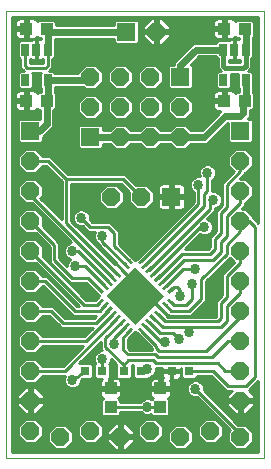
<source format=gtl>
G75*
%MOIN*%
%OFA0B0*%
%FSLAX24Y24*%
%IPPOS*%
%LPD*%
%AMOC8*
5,1,8,0,0,1.08239X$1,22.5*
%
%ADD10C,0.0000*%
%ADD11R,0.1358X0.1358*%
%ADD12R,0.0236X0.0098*%
%ADD13R,0.0276X0.0098*%
%ADD14R,0.0600X0.0600*%
%ADD15OC8,0.0600*%
%ADD16R,0.0315X0.0315*%
%ADD17R,0.0394X0.0394*%
%ADD18R,0.0433X0.0394*%
%ADD19R,0.0272X0.0390*%
%ADD20C,0.0100*%
%ADD21C,0.0337*%
%ADD22C,0.0240*%
%ADD23C,0.0160*%
%ADD24C,0.0376*%
D10*
X000350Y000450D02*
X000350Y015346D01*
X008950Y015346D01*
X008950Y000450D01*
X000350Y000450D01*
D11*
G36*
X004650Y004890D02*
X003690Y005850D01*
X004650Y006810D01*
X005610Y005850D01*
X004650Y004890D01*
G37*
D12*
G36*
X004797Y004799D02*
X004963Y004633D01*
X004893Y004563D01*
X004727Y004729D01*
X004797Y004799D01*
G37*
G36*
X004573Y004729D02*
X004407Y004563D01*
X004337Y004633D01*
X004503Y004799D01*
X004573Y004729D01*
G37*
G36*
X003599Y005703D02*
X003433Y005537D01*
X003363Y005607D01*
X003529Y005773D01*
X003599Y005703D01*
G37*
G36*
X003529Y005927D02*
X003363Y006093D01*
X003433Y006163D01*
X003599Y005997D01*
X003529Y005927D01*
G37*
G36*
X004503Y006901D02*
X004337Y007067D01*
X004407Y007137D01*
X004573Y006971D01*
X004503Y006901D01*
G37*
G36*
X004727Y006971D02*
X004893Y007137D01*
X004963Y007067D01*
X004797Y006901D01*
X004727Y006971D01*
G37*
G36*
X005701Y005997D02*
X005867Y006163D01*
X005937Y006093D01*
X005771Y005927D01*
X005701Y005997D01*
G37*
G36*
X005771Y005773D02*
X005937Y005607D01*
X005867Y005537D01*
X005701Y005703D01*
X005771Y005773D01*
G37*
D13*
G36*
X005604Y005662D02*
X005798Y005468D01*
X005728Y005398D01*
X005534Y005592D01*
X005604Y005662D01*
G37*
G36*
X005465Y005523D02*
X005659Y005329D01*
X005589Y005259D01*
X005395Y005453D01*
X005465Y005523D01*
G37*
G36*
X005326Y005383D02*
X005520Y005189D01*
X005450Y005119D01*
X005256Y005313D01*
X005326Y005383D01*
G37*
G36*
X005187Y005244D02*
X005381Y005050D01*
X005311Y004980D01*
X005117Y005174D01*
X005187Y005244D01*
G37*
G36*
X005047Y005105D02*
X005241Y004911D01*
X005171Y004841D01*
X004977Y005035D01*
X005047Y005105D01*
G37*
G36*
X004908Y004966D02*
X005102Y004772D01*
X005032Y004702D01*
X004838Y004896D01*
X004908Y004966D01*
G37*
G36*
X004462Y004896D02*
X004268Y004702D01*
X004198Y004772D01*
X004392Y004966D01*
X004462Y004896D01*
G37*
G36*
X004323Y005035D02*
X004129Y004841D01*
X004059Y004911D01*
X004253Y005105D01*
X004323Y005035D01*
G37*
G36*
X004183Y005174D02*
X003989Y004980D01*
X003919Y005050D01*
X004113Y005244D01*
X004183Y005174D01*
G37*
G36*
X004044Y005313D02*
X003850Y005119D01*
X003780Y005189D01*
X003974Y005383D01*
X004044Y005313D01*
G37*
G36*
X003905Y005453D02*
X003711Y005259D01*
X003641Y005329D01*
X003835Y005523D01*
X003905Y005453D01*
G37*
G36*
X003766Y005592D02*
X003572Y005398D01*
X003502Y005468D01*
X003696Y005662D01*
X003766Y005592D01*
G37*
G36*
X003696Y006038D02*
X003502Y006232D01*
X003572Y006302D01*
X003766Y006108D01*
X003696Y006038D01*
G37*
G36*
X003835Y006177D02*
X003641Y006371D01*
X003711Y006441D01*
X003905Y006247D01*
X003835Y006177D01*
G37*
G36*
X003974Y006317D02*
X003780Y006511D01*
X003850Y006581D01*
X004044Y006387D01*
X003974Y006317D01*
G37*
G36*
X004113Y006456D02*
X003919Y006650D01*
X003989Y006720D01*
X004183Y006526D01*
X004113Y006456D01*
G37*
G36*
X004253Y006595D02*
X004059Y006789D01*
X004129Y006859D01*
X004323Y006665D01*
X004253Y006595D01*
G37*
G36*
X004392Y006734D02*
X004198Y006928D01*
X004268Y006998D01*
X004462Y006804D01*
X004392Y006734D01*
G37*
G36*
X004838Y006804D02*
X005032Y006998D01*
X005102Y006928D01*
X004908Y006734D01*
X004838Y006804D01*
G37*
G36*
X004977Y006665D02*
X005171Y006859D01*
X005241Y006789D01*
X005047Y006595D01*
X004977Y006665D01*
G37*
G36*
X005117Y006526D02*
X005311Y006720D01*
X005381Y006650D01*
X005187Y006456D01*
X005117Y006526D01*
G37*
G36*
X005256Y006387D02*
X005450Y006581D01*
X005520Y006511D01*
X005326Y006317D01*
X005256Y006387D01*
G37*
G36*
X005395Y006247D02*
X005589Y006441D01*
X005659Y006371D01*
X005465Y006177D01*
X005395Y006247D01*
G37*
G36*
X005534Y006108D02*
X005728Y006302D01*
X005798Y006232D01*
X005604Y006038D01*
X005534Y006108D01*
G37*
D14*
X005850Y009150D03*
X008150Y011350D03*
X006150Y013150D03*
X004350Y014650D03*
X003150Y011150D03*
X001150Y011350D03*
D15*
X001150Y010350D03*
X001150Y009350D03*
X001150Y008350D03*
X001150Y007350D03*
X001150Y006350D03*
X001150Y005350D03*
X001150Y004350D03*
X001150Y003350D03*
X001150Y002350D03*
X001150Y001350D03*
X002150Y001150D03*
X003150Y001350D03*
X004150Y001150D03*
X005150Y001350D03*
X006150Y001150D03*
X007150Y001350D03*
X008150Y001150D03*
X008150Y002350D03*
X008150Y003350D03*
X008150Y004350D03*
X008150Y005350D03*
X008150Y006350D03*
X008150Y007350D03*
X008150Y008350D03*
X008150Y009350D03*
X008150Y010350D03*
X006150Y011150D03*
X006150Y012150D03*
X005150Y012150D03*
X005150Y011150D03*
X004150Y011150D03*
X004150Y012150D03*
X004150Y013150D03*
X003150Y013150D03*
X003150Y012150D03*
X003850Y009150D03*
X004850Y009150D03*
X005150Y013150D03*
X005350Y014650D03*
D16*
X004845Y003350D03*
X004255Y003350D03*
X003545Y003350D03*
X002955Y003350D03*
X005855Y003350D03*
X006445Y003350D03*
D17*
X005477Y002765D03*
X005477Y002135D03*
X003823Y002135D03*
X003823Y002765D03*
D18*
X001685Y012350D03*
X001015Y012350D03*
X001015Y014750D03*
X001685Y014750D03*
X007615Y014750D03*
X008285Y014750D03*
X008285Y012350D03*
X007615Y012350D03*
D19*
X007576Y013038D03*
X007576Y014058D03*
X007950Y014058D03*
X008324Y014058D03*
X008324Y013038D03*
X001724Y013038D03*
X001724Y014058D03*
X001350Y014058D03*
X000976Y014058D03*
X000976Y013038D03*
D20*
X001222Y013058D02*
X001478Y013058D01*
X001478Y012960D02*
X001222Y012960D01*
X001222Y012861D02*
X001478Y012861D01*
X001478Y012798D02*
X001494Y012782D01*
X001494Y012657D01*
X001423Y012657D01*
X001371Y012606D01*
X001352Y012639D01*
X001324Y012667D01*
X001290Y012687D01*
X001252Y012697D01*
X001064Y012697D01*
X001064Y012398D01*
X000967Y012398D01*
X000967Y012302D01*
X000649Y012302D01*
X000649Y012133D01*
X000659Y012095D01*
X000679Y012061D01*
X000707Y012033D01*
X000741Y012013D01*
X000779Y012003D01*
X000967Y012003D01*
X000967Y012302D01*
X001064Y012302D01*
X001064Y012003D01*
X001252Y012003D01*
X001290Y012013D01*
X001324Y012033D01*
X001352Y012061D01*
X001371Y012094D01*
X001423Y012043D01*
X001455Y012043D01*
X001455Y011760D01*
X000804Y011760D01*
X000740Y011696D01*
X000740Y011004D01*
X000804Y010940D01*
X001496Y010940D01*
X001560Y011004D01*
X001560Y011135D01*
X001780Y011355D01*
X001915Y011489D01*
X001915Y012043D01*
X001947Y012043D01*
X002011Y012108D01*
X002011Y012592D01*
X001954Y012650D01*
X001954Y012782D01*
X001970Y012798D01*
X001970Y012808D01*
X002912Y012808D01*
X002980Y012740D01*
X003320Y012740D01*
X003560Y012980D01*
X003560Y013320D01*
X003320Y013560D01*
X002980Y013560D01*
X002740Y013320D01*
X002740Y013268D01*
X001970Y013268D01*
X001970Y013279D01*
X001905Y013343D01*
X001769Y013343D01*
X001790Y013364D01*
X001884Y013458D01*
X001884Y013753D01*
X001905Y013753D01*
X001970Y013817D01*
X001970Y014298D01*
X001954Y014314D01*
X001954Y014420D01*
X003940Y014420D01*
X003940Y014304D01*
X004004Y014240D01*
X001970Y014240D01*
X001970Y014142D02*
X006416Y014142D01*
X006515Y014240D02*
X005576Y014240D01*
X005536Y014200D02*
X005800Y014464D01*
X005800Y014600D01*
X005400Y014600D01*
X005400Y014700D01*
X005300Y014700D01*
X005300Y015100D01*
X005164Y015100D01*
X004900Y014836D01*
X004900Y014700D01*
X005300Y014700D01*
X005300Y014600D01*
X004900Y014600D01*
X004900Y014464D01*
X005164Y014200D01*
X005300Y014200D01*
X005300Y014600D01*
X005400Y014600D01*
X005400Y014200D01*
X005536Y014200D01*
X005675Y014339D02*
X007370Y014339D01*
X007395Y014363D02*
X007330Y014298D01*
X007330Y014288D01*
X006563Y014288D01*
X006055Y013780D01*
X005920Y013645D01*
X005920Y013560D01*
X005804Y013560D01*
X005740Y013496D01*
X005740Y012804D01*
X005804Y012740D01*
X006496Y012740D01*
X006560Y012804D01*
X006560Y013496D01*
X006496Y013560D01*
X006485Y013560D01*
X006753Y013828D01*
X007330Y013828D01*
X007330Y013817D01*
X007386Y013762D01*
X007386Y013445D01*
X007488Y013343D01*
X007395Y013343D01*
X007330Y013279D01*
X007330Y012798D01*
X007395Y012733D01*
X007757Y012733D01*
X007822Y012798D01*
X007822Y013260D01*
X008078Y013260D01*
X008078Y012798D01*
X008094Y012782D01*
X008094Y012657D01*
X008023Y012657D01*
X007971Y012606D01*
X007952Y012639D01*
X007924Y012667D01*
X007890Y012687D01*
X007852Y012697D01*
X007664Y012697D01*
X007664Y012398D01*
X007567Y012398D01*
X007567Y012302D01*
X007249Y012302D01*
X007249Y012133D01*
X007259Y012095D01*
X007279Y012061D01*
X007307Y012033D01*
X007341Y012013D01*
X007379Y012003D01*
X007478Y012003D01*
X007420Y011945D01*
X006855Y011380D01*
X006500Y011380D01*
X006320Y011560D01*
X005980Y011560D01*
X005800Y011380D01*
X005500Y011380D01*
X005320Y011560D01*
X004980Y011560D01*
X004800Y011380D01*
X004500Y011380D01*
X004320Y011560D01*
X003980Y011560D01*
X003800Y011380D01*
X003560Y011380D01*
X003560Y011496D01*
X003496Y011560D01*
X002804Y011560D01*
X002740Y011496D01*
X002740Y010804D01*
X002804Y010740D01*
X003496Y010740D01*
X003560Y010804D01*
X003560Y010920D01*
X003800Y010920D01*
X003980Y010740D01*
X004320Y010740D01*
X004500Y010920D01*
X004800Y010920D01*
X004980Y010740D01*
X005320Y010740D01*
X005500Y010920D01*
X005800Y010920D01*
X005980Y010740D01*
X006320Y010740D01*
X006500Y010920D01*
X007045Y010920D01*
X007180Y011055D01*
X007740Y011615D01*
X007740Y011004D01*
X007804Y010940D01*
X008496Y010940D01*
X008560Y011004D01*
X008560Y011696D01*
X008496Y011760D01*
X008385Y011760D01*
X008480Y011855D01*
X008480Y012043D01*
X008547Y012043D01*
X008611Y012108D01*
X008611Y012592D01*
X008554Y012650D01*
X008554Y012782D01*
X008570Y012798D01*
X008570Y013279D01*
X008505Y013343D01*
X008412Y013343D01*
X008440Y013371D01*
X008514Y013445D01*
X008514Y013762D01*
X008570Y013817D01*
X008570Y014298D01*
X008554Y014314D01*
X008554Y014450D01*
X008611Y014508D01*
X008611Y014992D01*
X008547Y015057D01*
X008023Y015057D01*
X007971Y015006D01*
X007952Y015039D01*
X007924Y015067D01*
X007890Y015087D01*
X007852Y015097D01*
X007664Y015097D01*
X007664Y014798D01*
X007567Y014798D01*
X007567Y014702D01*
X007249Y014702D01*
X007249Y014533D01*
X007259Y014495D01*
X007279Y014461D01*
X007307Y014433D01*
X007341Y014413D01*
X007379Y014403D01*
X007567Y014403D01*
X007567Y014702D01*
X007664Y014702D01*
X007664Y014403D01*
X007852Y014403D01*
X007890Y014413D01*
X007924Y014433D01*
X007952Y014461D01*
X007971Y014494D01*
X008023Y014443D01*
X008094Y014443D01*
X008094Y014403D01*
X007968Y014403D01*
X007968Y014076D01*
X007932Y014076D01*
X007932Y014403D01*
X007794Y014403D01*
X007756Y014393D01*
X007722Y014373D01*
X007712Y014363D01*
X007395Y014363D01*
X007303Y014437D02*
X005773Y014437D01*
X005800Y014536D02*
X007249Y014536D01*
X007249Y014634D02*
X005400Y014634D01*
X005400Y014700D02*
X005800Y014700D01*
X005800Y014836D01*
X005536Y015100D01*
X005400Y015100D01*
X005400Y014700D01*
X005400Y014733D02*
X005300Y014733D01*
X005300Y014831D02*
X005400Y014831D01*
X005400Y014930D02*
X005300Y014930D01*
X005300Y015028D02*
X005400Y015028D01*
X005608Y015028D02*
X007272Y015028D01*
X007279Y015039D02*
X007259Y015005D01*
X007249Y014967D01*
X007249Y014798D01*
X007567Y014798D01*
X007567Y015097D01*
X007379Y015097D01*
X007341Y015087D01*
X007307Y015067D01*
X007279Y015039D01*
X007249Y014930D02*
X005707Y014930D01*
X005800Y014831D02*
X007249Y014831D01*
X007567Y014831D02*
X007664Y014831D01*
X007664Y014930D02*
X007567Y014930D01*
X007567Y015028D02*
X007664Y015028D01*
X007567Y014733D02*
X005800Y014733D01*
X005400Y014536D02*
X005300Y014536D01*
X005300Y014634D02*
X004760Y014634D01*
X004760Y014536D02*
X004900Y014536D01*
X004927Y014437D02*
X004760Y014437D01*
X004760Y014339D02*
X005025Y014339D01*
X005124Y014240D02*
X004696Y014240D01*
X004760Y014304D01*
X004760Y014996D01*
X004696Y015060D01*
X004004Y015060D01*
X003940Y014996D01*
X003940Y014880D01*
X002011Y014880D01*
X002011Y014992D01*
X001947Y015057D01*
X001423Y015057D01*
X001371Y015006D01*
X001352Y015039D01*
X001324Y015067D01*
X001290Y015087D01*
X001252Y015097D01*
X001064Y015097D01*
X001064Y014798D01*
X000967Y014798D01*
X000967Y014702D01*
X000649Y014702D01*
X000649Y014533D01*
X000659Y014495D01*
X000679Y014461D01*
X000707Y014433D01*
X000741Y014413D01*
X000779Y014403D01*
X000967Y014403D01*
X000967Y014702D01*
X001064Y014702D01*
X001064Y014403D01*
X001252Y014403D01*
X001290Y014413D01*
X001324Y014433D01*
X001352Y014461D01*
X001371Y014494D01*
X001423Y014443D01*
X001494Y014443D01*
X001494Y014403D01*
X001368Y014403D01*
X001368Y014076D01*
X001332Y014076D01*
X001332Y014403D01*
X001194Y014403D01*
X001156Y014393D01*
X001122Y014373D01*
X001112Y014363D01*
X000795Y014363D01*
X000730Y014298D01*
X000730Y013817D01*
X000795Y013753D01*
X000816Y013753D01*
X000816Y013458D01*
X000890Y013384D01*
X000931Y013343D01*
X000795Y013343D01*
X000730Y013279D01*
X000730Y012798D01*
X000795Y012733D01*
X001157Y012733D01*
X001222Y012798D01*
X001222Y013279D01*
X001210Y013290D01*
X001490Y013290D01*
X001478Y013279D01*
X001478Y012798D01*
X001494Y012763D02*
X001187Y012763D01*
X001064Y012664D02*
X000967Y012664D01*
X000967Y012697D02*
X000779Y012697D01*
X000741Y012687D01*
X000707Y012667D01*
X000679Y012639D01*
X000659Y012605D01*
X000649Y012567D01*
X000649Y012398D01*
X000967Y012398D01*
X000967Y012697D01*
X000967Y012566D02*
X001064Y012566D01*
X001064Y012467D02*
X000967Y012467D01*
X000967Y012369D02*
X000550Y012369D01*
X000550Y012467D02*
X000649Y012467D01*
X000649Y012566D02*
X000550Y012566D01*
X000550Y012664D02*
X000704Y012664D01*
X000765Y012763D02*
X000550Y012763D01*
X000550Y012861D02*
X000730Y012861D01*
X000730Y012960D02*
X000550Y012960D01*
X000550Y013058D02*
X000730Y013058D01*
X000730Y013157D02*
X000550Y013157D01*
X000550Y013255D02*
X000730Y013255D01*
X000550Y013354D02*
X000920Y013354D01*
X000822Y013452D02*
X000550Y013452D01*
X000550Y013551D02*
X000816Y013551D01*
X000816Y013649D02*
X000550Y013649D01*
X000550Y013748D02*
X000816Y013748D01*
X000730Y013846D02*
X000550Y013846D01*
X000550Y013945D02*
X000730Y013945D01*
X000730Y014043D02*
X000550Y014043D01*
X000550Y014142D02*
X000730Y014142D01*
X000730Y014240D02*
X000550Y014240D01*
X000550Y014339D02*
X000770Y014339D01*
X000703Y014437D02*
X000550Y014437D01*
X000550Y014536D02*
X000649Y014536D01*
X000649Y014634D02*
X000550Y014634D01*
X000550Y014733D02*
X000967Y014733D01*
X000967Y014798D02*
X000649Y014798D01*
X000649Y014967D01*
X000659Y015005D01*
X000679Y015039D01*
X000707Y015067D01*
X000741Y015087D01*
X000779Y015097D01*
X000967Y015097D01*
X000967Y014798D01*
X000967Y014831D02*
X001064Y014831D01*
X001064Y014930D02*
X000967Y014930D01*
X000967Y015028D02*
X001064Y015028D01*
X001358Y015028D02*
X001394Y015028D01*
X001064Y014634D02*
X000967Y014634D01*
X000967Y014536D02*
X001064Y014536D01*
X001064Y014437D02*
X000967Y014437D01*
X001328Y014437D02*
X001494Y014437D01*
X001368Y014339D02*
X001332Y014339D01*
X001332Y014240D02*
X001368Y014240D01*
X001368Y014142D02*
X001332Y014142D01*
X001332Y014040D02*
X001368Y014040D01*
X001368Y013713D01*
X001506Y013713D01*
X001544Y013723D01*
X001564Y013735D01*
X001564Y013610D01*
X001136Y013610D01*
X001136Y013735D01*
X001156Y013723D01*
X001194Y013713D01*
X001332Y013713D01*
X001332Y014040D01*
X001332Y013945D02*
X001368Y013945D01*
X001368Y013846D02*
X001332Y013846D01*
X001332Y013748D02*
X001368Y013748D01*
X001564Y013649D02*
X001136Y013649D01*
X000976Y013524D02*
X001050Y013450D01*
X001650Y013450D01*
X001724Y013524D01*
X001724Y014058D01*
X001884Y013748D02*
X006022Y013748D01*
X006121Y013846D02*
X001970Y013846D01*
X001970Y013945D02*
X006219Y013945D01*
X006318Y014043D02*
X001970Y014043D01*
X001954Y014339D02*
X003940Y014339D01*
X004004Y014240D02*
X004696Y014240D01*
X004760Y014733D02*
X004900Y014733D01*
X004900Y014831D02*
X004760Y014831D01*
X004760Y014930D02*
X004993Y014930D01*
X005092Y015028D02*
X004728Y015028D01*
X005300Y014437D02*
X005400Y014437D01*
X005400Y014339D02*
X005300Y014339D01*
X005300Y014240D02*
X005400Y014240D01*
X005320Y013560D02*
X004980Y013560D01*
X004740Y013320D01*
X004740Y012980D01*
X004980Y012740D01*
X005320Y012740D01*
X005560Y012980D01*
X005560Y013320D01*
X005320Y013560D01*
X005329Y013551D02*
X005795Y013551D01*
X005740Y013452D02*
X005428Y013452D01*
X005526Y013354D02*
X005740Y013354D01*
X005740Y013255D02*
X005560Y013255D01*
X005560Y013157D02*
X005740Y013157D01*
X005740Y013058D02*
X005560Y013058D01*
X005539Y012960D02*
X005740Y012960D01*
X005740Y012861D02*
X005441Y012861D01*
X005342Y012763D02*
X005782Y012763D01*
X005980Y012560D02*
X005740Y012320D01*
X005740Y011980D01*
X005980Y011740D01*
X006320Y011740D01*
X006560Y011980D01*
X006560Y012320D01*
X006320Y012560D01*
X005980Y012560D01*
X005887Y012467D02*
X005413Y012467D01*
X005320Y012560D02*
X004980Y012560D01*
X004740Y012320D01*
X004740Y011980D01*
X004980Y011740D01*
X005320Y011740D01*
X005560Y011980D01*
X005560Y012320D01*
X005320Y012560D01*
X005511Y012369D02*
X005789Y012369D01*
X005740Y012270D02*
X005560Y012270D01*
X005560Y012172D02*
X005740Y012172D01*
X005740Y012073D02*
X005560Y012073D01*
X005554Y011975D02*
X005746Y011975D01*
X005844Y011876D02*
X005456Y011876D01*
X005357Y011778D02*
X005943Y011778D01*
X005902Y011482D02*
X005398Y011482D01*
X005496Y011384D02*
X005804Y011384D01*
X005829Y010891D02*
X005471Y010891D01*
X005372Y010793D02*
X005928Y010793D01*
X006372Y010793D02*
X008750Y010793D01*
X008750Y010891D02*
X006471Y010891D01*
X006496Y011384D02*
X006858Y011384D01*
X006957Y011482D02*
X006398Y011482D01*
X006357Y011778D02*
X007252Y011778D01*
X007351Y011876D02*
X006456Y011876D01*
X006554Y011975D02*
X007449Y011975D01*
X007420Y011945D02*
X007420Y011945D01*
X007272Y012073D02*
X006560Y012073D01*
X006560Y012172D02*
X007249Y012172D01*
X007249Y012270D02*
X006560Y012270D01*
X006511Y012369D02*
X007567Y012369D01*
X007567Y012398D02*
X007249Y012398D01*
X007249Y012567D01*
X007259Y012605D01*
X007279Y012639D01*
X007307Y012667D01*
X007341Y012687D01*
X007379Y012697D01*
X007567Y012697D01*
X007567Y012398D01*
X007567Y012467D02*
X007664Y012467D01*
X007664Y012566D02*
X007567Y012566D01*
X007567Y012664D02*
X007664Y012664D01*
X007787Y012763D02*
X008094Y012763D01*
X008094Y012664D02*
X007927Y012664D01*
X007822Y012861D02*
X008078Y012861D01*
X008078Y012960D02*
X007822Y012960D01*
X007822Y013058D02*
X008078Y013058D01*
X008078Y013157D02*
X007822Y013157D01*
X007822Y013255D02*
X008078Y013255D01*
X008422Y013354D02*
X008750Y013354D01*
X008750Y013452D02*
X008514Y013452D01*
X008514Y013551D02*
X008750Y013551D01*
X008750Y013649D02*
X008514Y013649D01*
X008514Y013748D02*
X008750Y013748D01*
X008750Y013846D02*
X008570Y013846D01*
X008570Y013945D02*
X008750Y013945D01*
X008750Y014043D02*
X008570Y014043D01*
X008570Y014142D02*
X008750Y014142D01*
X008750Y014240D02*
X008570Y014240D01*
X008554Y014339D02*
X008750Y014339D01*
X008750Y014437D02*
X008554Y014437D01*
X008611Y014536D02*
X008750Y014536D01*
X008750Y014634D02*
X008611Y014634D01*
X008611Y014733D02*
X008750Y014733D01*
X008750Y014831D02*
X008611Y014831D01*
X008611Y014930D02*
X008750Y014930D01*
X008750Y015028D02*
X008576Y015028D01*
X008750Y015127D02*
X000550Y015127D01*
X000550Y015146D02*
X008750Y015146D01*
X008750Y008276D01*
X008560Y008466D01*
X008560Y008520D01*
X008320Y008760D01*
X008186Y008760D01*
X008310Y008884D01*
X008310Y008940D01*
X008320Y008940D01*
X008560Y009180D01*
X008560Y009520D01*
X008320Y009760D01*
X008136Y009760D01*
X008310Y009934D01*
X008310Y009940D01*
X008320Y009940D01*
X008560Y010180D01*
X008560Y010520D01*
X008320Y010760D01*
X007980Y010760D01*
X007740Y010520D01*
X007740Y010180D01*
X007922Y009998D01*
X007540Y009616D01*
X007540Y008866D01*
X007340Y008666D01*
X007340Y008016D01*
X007140Y007816D01*
X007140Y007466D01*
X007084Y007410D01*
X006297Y007410D01*
X006798Y007911D01*
X006895Y007872D01*
X007005Y007872D01*
X007108Y007914D01*
X007186Y007992D01*
X007228Y008095D01*
X007228Y008205D01*
X007186Y008308D01*
X007108Y008386D01*
X007028Y008419D01*
X007199Y008590D01*
X007216Y008590D01*
X007310Y008684D01*
X007310Y008773D01*
X007408Y008814D01*
X007486Y008892D01*
X007528Y008995D01*
X007528Y009105D01*
X007486Y009208D01*
X007408Y009286D01*
X007305Y009328D01*
X007210Y009328D01*
X007210Y009716D01*
X007286Y009792D01*
X007328Y009895D01*
X007328Y010005D01*
X007286Y010108D01*
X007208Y010186D01*
X007105Y010228D01*
X006995Y010228D01*
X006892Y010186D01*
X006814Y010108D01*
X006772Y010005D01*
X006772Y009895D01*
X006799Y009828D01*
X006695Y009828D01*
X006592Y009786D01*
X006514Y009708D01*
X006472Y009605D01*
X006472Y009495D01*
X006514Y009392D01*
X006590Y009316D01*
X006590Y008991D01*
X004685Y007086D01*
X004685Y007084D01*
X004650Y007050D01*
X004615Y007084D01*
X004615Y007086D01*
X004110Y007591D01*
X004110Y008016D01*
X003910Y008216D01*
X003816Y008310D01*
X003216Y008310D01*
X003128Y008398D01*
X003128Y008505D01*
X003086Y008608D01*
X003008Y008686D01*
X002905Y008728D01*
X002795Y008728D01*
X002692Y008686D01*
X002614Y008608D01*
X002572Y008505D01*
X002572Y008395D01*
X002614Y008292D01*
X002692Y008214D01*
X002795Y008172D01*
X002902Y008172D01*
X003084Y007990D01*
X003307Y007990D01*
X003272Y007905D01*
X003272Y007795D01*
X003314Y007692D01*
X003390Y007616D01*
X003390Y007580D01*
X004013Y006956D01*
X003987Y006930D01*
X003961Y006904D01*
X002510Y008355D01*
X002510Y009590D01*
X004184Y009590D01*
X004447Y009327D01*
X004440Y009320D01*
X004440Y008980D01*
X004680Y008740D01*
X005020Y008740D01*
X005260Y008980D01*
X005260Y009320D01*
X005020Y009560D01*
X004680Y009560D01*
X004673Y009553D01*
X004410Y009816D01*
X004316Y009910D01*
X002416Y009910D01*
X001816Y010510D01*
X001560Y010510D01*
X001560Y010520D01*
X001320Y010760D01*
X000980Y010760D01*
X000740Y010520D01*
X000740Y010180D01*
X000980Y009940D01*
X001320Y009940D01*
X001560Y010180D01*
X001560Y010190D01*
X001684Y010190D01*
X002190Y009684D01*
X002190Y008397D01*
X001483Y009104D01*
X001560Y009180D01*
X001560Y009520D01*
X001320Y009760D01*
X000980Y009760D01*
X000740Y009520D01*
X000740Y009180D01*
X000980Y008940D01*
X001195Y008940D01*
X002506Y007628D01*
X002495Y007628D01*
X002392Y007586D01*
X002314Y007508D01*
X002272Y007405D01*
X002272Y007295D01*
X002314Y007192D01*
X002392Y007114D01*
X002483Y007076D01*
X002414Y007008D01*
X002372Y006905D01*
X002372Y006855D01*
X002110Y007116D01*
X002110Y007616D01*
X001553Y008173D01*
X001560Y008180D01*
X001560Y008520D01*
X001320Y008760D01*
X000980Y008760D01*
X000740Y008520D01*
X000740Y008180D01*
X000980Y007940D01*
X001320Y007940D01*
X001327Y007947D01*
X001790Y007484D01*
X001790Y006984D01*
X001884Y006890D01*
X002484Y006290D01*
X003009Y006290D01*
X003109Y006190D01*
X003414Y005885D01*
X003416Y005885D01*
X003450Y005850D01*
X003416Y005815D01*
X003414Y005815D01*
X003309Y005710D01*
X003016Y005710D01*
X001553Y007173D01*
X001560Y007180D01*
X001560Y007520D01*
X001320Y007760D01*
X000980Y007760D01*
X000740Y007520D01*
X000740Y007180D01*
X000980Y006940D01*
X001320Y006940D01*
X001327Y006947D01*
X002764Y005510D01*
X002716Y005510D01*
X001810Y006416D01*
X001716Y006510D01*
X001560Y006510D01*
X001560Y006520D01*
X001320Y006760D01*
X000980Y006760D01*
X000740Y006520D01*
X000740Y006180D01*
X000980Y005940D01*
X001320Y005940D01*
X001560Y006180D01*
X001560Y006190D01*
X001584Y006190D01*
X002584Y005190D01*
X003346Y005190D01*
X003266Y005110D01*
X002316Y005110D01*
X002010Y005416D01*
X001916Y005510D01*
X001560Y005510D01*
X001560Y005520D01*
X001320Y005760D01*
X000980Y005760D01*
X000740Y005520D01*
X000740Y005180D01*
X000980Y004940D01*
X001320Y004940D01*
X001560Y005180D01*
X001560Y005190D01*
X001784Y005190D01*
X002090Y004884D01*
X002184Y004790D01*
X003225Y004790D01*
X002945Y004510D01*
X001560Y004510D01*
X001560Y004520D01*
X001320Y004760D01*
X000980Y004760D01*
X000740Y004520D01*
X000740Y004180D01*
X000980Y003940D01*
X001320Y003940D01*
X001560Y004180D01*
X001560Y004190D01*
X002903Y004190D01*
X002223Y003510D01*
X001560Y003510D01*
X001560Y003520D01*
X001320Y003760D01*
X000980Y003760D01*
X000740Y003520D01*
X000740Y003180D01*
X000980Y002940D01*
X001320Y002940D01*
X001560Y003180D01*
X001560Y003190D01*
X002307Y003190D01*
X002272Y003105D01*
X002272Y002995D01*
X002314Y002892D01*
X002392Y002814D01*
X000550Y002814D01*
X000550Y002716D02*
X000879Y002716D01*
X000964Y002800D02*
X000700Y002536D01*
X000700Y002400D01*
X001100Y002400D01*
X001100Y002800D01*
X000964Y002800D01*
X001100Y002716D02*
X001200Y002716D01*
X001200Y002800D02*
X001336Y002800D01*
X001600Y002536D01*
X001600Y002400D01*
X001200Y002400D01*
X001200Y002300D01*
X001600Y002300D01*
X001600Y002164D01*
X001336Y001900D01*
X001200Y001900D01*
X001200Y002300D01*
X001100Y002300D01*
X001100Y001900D01*
X000964Y001900D01*
X000700Y002164D01*
X000700Y002300D01*
X001100Y002300D01*
X001100Y002400D01*
X001200Y002400D01*
X001200Y002800D01*
X001200Y002617D02*
X001100Y002617D01*
X001100Y002519D02*
X001200Y002519D01*
X001200Y002420D02*
X001100Y002420D01*
X001100Y002322D02*
X000550Y002322D01*
X000550Y002420D02*
X000700Y002420D01*
X000700Y002519D02*
X000550Y002519D01*
X000550Y002617D02*
X000781Y002617D01*
X000700Y002223D02*
X000550Y002223D01*
X000550Y002125D02*
X000739Y002125D01*
X000838Y002026D02*
X000550Y002026D01*
X000550Y001928D02*
X000936Y001928D01*
X000980Y001760D02*
X000740Y001520D01*
X000740Y001180D01*
X000980Y000940D01*
X001320Y000940D01*
X001560Y001180D01*
X001560Y001520D01*
X001320Y001760D01*
X000980Y001760D01*
X000951Y001731D02*
X000550Y001731D01*
X000550Y001829D02*
X003580Y001829D01*
X003581Y001828D02*
X004066Y001828D01*
X004130Y001893D01*
X004130Y001975D01*
X004831Y001975D01*
X004892Y001914D01*
X004995Y001872D01*
X005105Y001872D01*
X005170Y001898D01*
X005170Y001893D01*
X005234Y001828D01*
X005719Y001828D01*
X005784Y001893D01*
X005784Y002377D01*
X005732Y002429D01*
X005766Y002448D01*
X005794Y002476D01*
X005813Y002510D01*
X005824Y002548D01*
X005824Y002717D01*
X005525Y002717D01*
X005525Y002813D01*
X005824Y002813D01*
X005824Y002982D01*
X005813Y003020D01*
X005800Y003043D01*
X005826Y003043D01*
X005826Y003321D01*
X005883Y003321D01*
X005883Y003043D01*
X006032Y003043D01*
X006070Y003053D01*
X006104Y003072D01*
X006132Y003100D01*
X006152Y003135D01*
X006162Y003173D01*
X006162Y003321D01*
X005883Y003321D01*
X005883Y003379D01*
X006162Y003379D01*
X006162Y003440D01*
X006178Y003440D01*
X006178Y003147D01*
X006242Y003083D01*
X006648Y003083D01*
X006713Y003147D01*
X006713Y003190D01*
X007184Y003190D01*
X007684Y002690D01*
X007854Y002690D01*
X007700Y002536D01*
X007700Y002400D01*
X008100Y002400D01*
X008100Y002300D01*
X008200Y002300D01*
X008200Y002400D01*
X008600Y002400D01*
X008600Y002536D01*
X008431Y002705D01*
X008716Y002990D01*
X008750Y003024D01*
X008750Y000650D01*
X000550Y000650D01*
X000550Y015146D01*
X000550Y015028D02*
X000672Y015028D01*
X000649Y014930D02*
X000550Y014930D01*
X000550Y014831D02*
X000649Y014831D01*
X000976Y014058D02*
X000976Y013524D01*
X001222Y013255D02*
X001478Y013255D01*
X001478Y013157D02*
X001222Y013157D01*
X001327Y012664D02*
X001494Y012664D01*
X001064Y012270D02*
X000967Y012270D01*
X000967Y012172D02*
X001064Y012172D01*
X001064Y012073D02*
X000967Y012073D01*
X000672Y012073D02*
X000550Y012073D01*
X000550Y011975D02*
X001455Y011975D01*
X001455Y011876D02*
X000550Y011876D01*
X000550Y011778D02*
X001455Y011778D01*
X001393Y012073D02*
X001359Y012073D01*
X001809Y011384D02*
X002740Y011384D01*
X002740Y011482D02*
X001907Y011482D01*
X001915Y011581D02*
X007055Y011581D01*
X007154Y011679D02*
X001915Y011679D01*
X001915Y011778D02*
X002943Y011778D01*
X002980Y011740D02*
X003320Y011740D01*
X003560Y011980D01*
X003560Y012320D01*
X003320Y012560D01*
X002980Y012560D01*
X002740Y012320D01*
X002740Y011980D01*
X002980Y011740D01*
X002844Y011876D02*
X001915Y011876D01*
X001915Y011975D02*
X002746Y011975D01*
X002740Y012073D02*
X001977Y012073D01*
X002011Y012172D02*
X002740Y012172D01*
X002740Y012270D02*
X002011Y012270D01*
X002011Y012369D02*
X002789Y012369D01*
X002887Y012467D02*
X002011Y012467D01*
X002011Y012566D02*
X007249Y012566D01*
X007249Y012467D02*
X006413Y012467D01*
X006518Y012763D02*
X007365Y012763D01*
X007330Y012861D02*
X006560Y012861D01*
X006560Y012960D02*
X007330Y012960D01*
X007330Y013058D02*
X006560Y013058D01*
X006560Y013157D02*
X007330Y013157D01*
X007330Y013255D02*
X006560Y013255D01*
X006560Y013354D02*
X007478Y013354D01*
X007386Y013452D02*
X006560Y013452D01*
X006505Y013551D02*
X007386Y013551D01*
X007386Y013649D02*
X006574Y013649D01*
X006673Y013748D02*
X007386Y013748D01*
X007766Y013721D02*
X007794Y013713D01*
X007932Y013713D01*
X007932Y014040D01*
X007968Y014040D01*
X007968Y013713D01*
X008106Y013713D01*
X008134Y013721D01*
X008134Y013640D01*
X007766Y013640D01*
X007766Y013721D01*
X007766Y013649D02*
X008134Y013649D01*
X007968Y013748D02*
X007932Y013748D01*
X007932Y013846D02*
X007968Y013846D01*
X007968Y013945D02*
X007932Y013945D01*
X007932Y014142D02*
X007968Y014142D01*
X007968Y014240D02*
X007932Y014240D01*
X007932Y014339D02*
X007968Y014339D01*
X007928Y014437D02*
X008094Y014437D01*
X007994Y015028D02*
X007958Y015028D01*
X007664Y014634D02*
X007567Y014634D01*
X007567Y014536D02*
X007664Y014536D01*
X007664Y014437D02*
X007567Y014437D01*
X008570Y013255D02*
X008750Y013255D01*
X008750Y013157D02*
X008570Y013157D01*
X008570Y013058D02*
X008750Y013058D01*
X008750Y012960D02*
X008570Y012960D01*
X008570Y012861D02*
X008750Y012861D01*
X008750Y012763D02*
X008554Y012763D01*
X008554Y012664D02*
X008750Y012664D01*
X008750Y012566D02*
X008611Y012566D01*
X008611Y012467D02*
X008750Y012467D01*
X008750Y012369D02*
X008611Y012369D01*
X008611Y012270D02*
X008750Y012270D01*
X008750Y012172D02*
X008611Y012172D01*
X008577Y012073D02*
X008750Y012073D01*
X008750Y011975D02*
X008480Y011975D01*
X008480Y011876D02*
X008750Y011876D01*
X008750Y011778D02*
X008403Y011778D01*
X008560Y011679D02*
X008750Y011679D01*
X008750Y011581D02*
X008560Y011581D01*
X008560Y011482D02*
X008750Y011482D01*
X008750Y011384D02*
X008560Y011384D01*
X008560Y011285D02*
X008750Y011285D01*
X008750Y011187D02*
X008560Y011187D01*
X008560Y011088D02*
X008750Y011088D01*
X008750Y010990D02*
X008545Y010990D01*
X008386Y010694D02*
X008750Y010694D01*
X008750Y010596D02*
X008484Y010596D01*
X008560Y010497D02*
X008750Y010497D01*
X008750Y010399D02*
X008560Y010399D01*
X008560Y010300D02*
X008750Y010300D01*
X008750Y010202D02*
X008560Y010202D01*
X008483Y010103D02*
X008750Y010103D01*
X008750Y010005D02*
X008384Y010005D01*
X008282Y009906D02*
X008750Y009906D01*
X008750Y009808D02*
X008184Y009808D01*
X008150Y010000D02*
X007700Y009550D01*
X007700Y008800D01*
X007500Y008600D01*
X007500Y007950D01*
X007300Y007750D01*
X007300Y007400D01*
X007150Y007250D01*
X006189Y007250D01*
X005388Y006449D01*
X005249Y006588D02*
X006811Y008150D01*
X006725Y007838D02*
X007161Y007838D01*
X007140Y007739D02*
X006626Y007739D01*
X006528Y007641D02*
X007140Y007641D01*
X007140Y007542D02*
X006429Y007542D01*
X006331Y007444D02*
X007117Y007444D01*
X007500Y007300D02*
X007250Y007050D01*
X006268Y007050D01*
X005527Y006309D01*
X005666Y006170D02*
X006246Y006750D01*
X006650Y006750D01*
X006850Y006400D02*
X007700Y007250D01*
X007700Y007550D01*
X008150Y008000D01*
X008150Y008350D01*
X008450Y008350D01*
X008650Y008150D01*
X008650Y003150D01*
X008350Y002850D01*
X007750Y002850D01*
X007250Y003350D01*
X006445Y003350D01*
X006178Y003307D02*
X006162Y003307D01*
X006162Y003405D02*
X006178Y003405D01*
X006162Y003208D02*
X006178Y003208D01*
X006215Y003110D02*
X006137Y003110D01*
X005883Y003110D02*
X005826Y003110D01*
X005826Y003208D02*
X005883Y003208D01*
X005883Y003307D02*
X005826Y003307D01*
X005826Y003321D02*
X005547Y003321D01*
X005547Y003173D01*
X005557Y003135D01*
X005571Y003112D01*
X005525Y003112D01*
X005525Y002813D01*
X005428Y002813D01*
X005428Y002717D01*
X005130Y002717D01*
X005130Y002548D01*
X005140Y002510D01*
X005160Y002476D01*
X005188Y002448D01*
X005221Y002429D01*
X005187Y002395D01*
X005105Y002428D01*
X004995Y002428D01*
X004892Y002386D01*
X004814Y002308D01*
X004809Y002295D01*
X004130Y002295D01*
X004130Y002377D01*
X004079Y002429D01*
X004112Y002448D01*
X004140Y002476D01*
X004160Y002510D01*
X004170Y002548D01*
X004170Y002717D01*
X003872Y002717D01*
X003872Y002813D01*
X004170Y002813D01*
X004170Y002982D01*
X004160Y003020D01*
X004140Y003054D01*
X004112Y003082D01*
X004111Y003083D01*
X004458Y003083D01*
X004522Y003147D01*
X004522Y003540D01*
X004578Y003540D01*
X004578Y003147D01*
X004642Y003083D01*
X005048Y003083D01*
X005087Y003122D01*
X005105Y003122D01*
X005208Y003164D01*
X005286Y003242D01*
X005328Y003345D01*
X005328Y003440D01*
X005547Y003440D01*
X005547Y003379D01*
X005826Y003379D01*
X005826Y003321D01*
X005816Y003011D02*
X006553Y003011D01*
X006595Y003028D02*
X006492Y002986D01*
X006414Y002908D01*
X006372Y002805D01*
X006372Y002695D01*
X006414Y002592D01*
X006492Y002514D01*
X006595Y002472D01*
X006702Y002472D01*
X007797Y001377D01*
X007740Y001320D01*
X007740Y000980D01*
X007980Y000740D01*
X008320Y000740D01*
X008560Y000980D01*
X008560Y001320D01*
X008320Y001560D01*
X008066Y001560D01*
X006928Y002698D01*
X006928Y002805D01*
X006886Y002908D01*
X006808Y002986D01*
X006705Y003028D01*
X006595Y003028D01*
X006675Y003110D02*
X007264Y003110D01*
X007363Y003011D02*
X006747Y003011D01*
X006881Y002913D02*
X007461Y002913D01*
X007560Y002814D02*
X006925Y002814D01*
X006928Y002716D02*
X007658Y002716D01*
X007781Y002617D02*
X007009Y002617D01*
X007108Y002519D02*
X007700Y002519D01*
X007700Y002420D02*
X007206Y002420D01*
X007305Y002322D02*
X008100Y002322D01*
X008100Y002300D02*
X007700Y002300D01*
X007700Y002164D01*
X007964Y001900D01*
X008100Y001900D01*
X008100Y002300D01*
X008100Y002223D02*
X008200Y002223D01*
X008200Y002300D02*
X008200Y001900D01*
X008336Y001900D01*
X008600Y002164D01*
X008600Y002300D01*
X008200Y002300D01*
X008200Y002322D02*
X008750Y002322D01*
X008750Y002420D02*
X008600Y002420D01*
X008600Y002519D02*
X008750Y002519D01*
X008750Y002617D02*
X008519Y002617D01*
X008442Y002716D02*
X008750Y002716D01*
X008750Y002814D02*
X008540Y002814D01*
X008639Y002913D02*
X008750Y002913D01*
X008737Y003011D02*
X008750Y003011D01*
X008750Y002223D02*
X008600Y002223D01*
X008561Y002125D02*
X008750Y002125D01*
X008750Y002026D02*
X008462Y002026D01*
X008364Y001928D02*
X008750Y001928D01*
X008750Y001829D02*
X007797Y001829D01*
X007699Y001928D02*
X007936Y001928D01*
X007838Y002026D02*
X007600Y002026D01*
X007502Y002125D02*
X007739Y002125D01*
X007700Y002223D02*
X007403Y002223D01*
X007148Y002026D02*
X005784Y002026D01*
X005784Y001928D02*
X007246Y001928D01*
X007345Y001829D02*
X005720Y001829D01*
X005784Y002125D02*
X007049Y002125D01*
X006951Y002223D02*
X005784Y002223D01*
X005784Y002322D02*
X006852Y002322D01*
X006754Y002420D02*
X005741Y002420D01*
X005816Y002519D02*
X006488Y002519D01*
X006404Y002617D02*
X005824Y002617D01*
X005824Y002716D02*
X006372Y002716D01*
X006375Y002814D02*
X005824Y002814D01*
X005824Y002913D02*
X006419Y002913D01*
X006650Y002750D02*
X008150Y001250D01*
X008150Y001150D01*
X008346Y001534D02*
X008750Y001534D01*
X008750Y001632D02*
X007994Y001632D01*
X007896Y001731D02*
X008750Y001731D01*
X008750Y001435D02*
X008445Y001435D01*
X008543Y001337D02*
X008750Y001337D01*
X008750Y001238D02*
X008560Y001238D01*
X008560Y001140D02*
X008750Y001140D01*
X008750Y001041D02*
X008560Y001041D01*
X008522Y000943D02*
X008750Y000943D01*
X008750Y000844D02*
X008424Y000844D01*
X008325Y000746D02*
X008750Y000746D01*
X008200Y001928D02*
X008100Y001928D01*
X008100Y002026D02*
X008200Y002026D01*
X008200Y002125D02*
X008100Y002125D01*
X007739Y001435D02*
X007560Y001435D01*
X007560Y001520D02*
X007320Y001760D01*
X006980Y001760D01*
X006740Y001520D01*
X006740Y001180D01*
X006980Y000940D01*
X007320Y000940D01*
X007560Y001180D01*
X007560Y001520D01*
X007546Y001534D02*
X007640Y001534D01*
X007542Y001632D02*
X007448Y001632D01*
X007443Y001731D02*
X007349Y001731D01*
X007560Y001337D02*
X007757Y001337D01*
X007740Y001238D02*
X007560Y001238D01*
X007519Y001140D02*
X007740Y001140D01*
X007740Y001041D02*
X007421Y001041D01*
X007322Y000943D02*
X007778Y000943D01*
X007876Y000844D02*
X006424Y000844D01*
X006522Y000943D02*
X006978Y000943D01*
X006879Y001041D02*
X006560Y001041D01*
X006560Y000980D02*
X006320Y000740D01*
X005980Y000740D01*
X005740Y000980D01*
X005740Y001320D01*
X005980Y001560D01*
X006320Y001560D01*
X006560Y001320D01*
X006560Y000980D01*
X006560Y001140D02*
X006781Y001140D01*
X006740Y001238D02*
X006560Y001238D01*
X006543Y001337D02*
X006740Y001337D01*
X006740Y001435D02*
X006445Y001435D01*
X006346Y001534D02*
X006754Y001534D01*
X006852Y001632D02*
X005448Y001632D01*
X005546Y001534D02*
X005954Y001534D01*
X005855Y001435D02*
X005560Y001435D01*
X005560Y001520D02*
X005320Y001760D01*
X004980Y001760D01*
X004740Y001520D01*
X004740Y001180D01*
X004980Y000940D01*
X005320Y000940D01*
X005560Y001180D01*
X005560Y001520D01*
X005560Y001337D02*
X005757Y001337D01*
X005740Y001238D02*
X005560Y001238D01*
X005519Y001140D02*
X005740Y001140D01*
X005740Y001041D02*
X005421Y001041D01*
X005322Y000943D02*
X005778Y000943D01*
X005876Y000844D02*
X004480Y000844D01*
X004382Y000746D02*
X005975Y000746D01*
X006325Y000746D02*
X007975Y000746D01*
X006951Y001731D02*
X005349Y001731D01*
X005234Y001829D02*
X004066Y001829D01*
X004130Y001928D02*
X004879Y001928D01*
X004951Y001731D02*
X003349Y001731D01*
X003320Y001760D02*
X002980Y001760D01*
X002740Y001520D01*
X002740Y001180D01*
X002980Y000940D01*
X003320Y000940D01*
X003560Y001180D01*
X003560Y001520D01*
X003320Y001760D01*
X003448Y001632D02*
X004852Y001632D01*
X004754Y001534D02*
X004403Y001534D01*
X004336Y001600D02*
X004200Y001600D01*
X004200Y001200D01*
X004100Y001200D01*
X004100Y001600D01*
X003964Y001600D01*
X003700Y001336D01*
X003700Y001200D01*
X004100Y001200D01*
X004100Y001100D01*
X003700Y001100D01*
X003700Y000964D01*
X003964Y000700D01*
X004100Y000700D01*
X004100Y001100D01*
X004200Y001100D01*
X004200Y001200D01*
X004600Y001200D01*
X004600Y001336D01*
X004336Y001600D01*
X004200Y001534D02*
X004100Y001534D01*
X004100Y001435D02*
X004200Y001435D01*
X004200Y001337D02*
X004100Y001337D01*
X004100Y001238D02*
X004200Y001238D01*
X004200Y001140D02*
X004781Y001140D01*
X004740Y001238D02*
X004600Y001238D01*
X004600Y001337D02*
X004740Y001337D01*
X004740Y001435D02*
X004501Y001435D01*
X004600Y001100D02*
X004200Y001100D01*
X004200Y000700D01*
X004336Y000700D01*
X004600Y000964D01*
X004600Y001100D01*
X004600Y001041D02*
X004879Y001041D01*
X004978Y000943D02*
X004579Y000943D01*
X004200Y000943D02*
X004100Y000943D01*
X004100Y001041D02*
X004200Y001041D01*
X004100Y001140D02*
X003519Y001140D01*
X003560Y001238D02*
X003700Y001238D01*
X003700Y001337D02*
X003560Y001337D01*
X003560Y001435D02*
X003799Y001435D01*
X003897Y001534D02*
X003546Y001534D01*
X003581Y001828D02*
X003516Y001893D01*
X003516Y002377D01*
X003568Y002429D01*
X003534Y002448D01*
X003506Y002476D01*
X003487Y002510D01*
X003476Y002548D01*
X003476Y002717D01*
X003775Y002717D01*
X003775Y002813D01*
X003476Y002813D01*
X003476Y002982D01*
X003487Y003020D01*
X003506Y003054D01*
X003534Y003082D01*
X003535Y003083D01*
X003342Y003083D01*
X003278Y003147D01*
X003278Y003553D01*
X003316Y003591D01*
X003314Y003592D01*
X003272Y003695D01*
X003272Y003805D01*
X003314Y003908D01*
X003392Y003986D01*
X003495Y004028D01*
X003545Y004028D01*
X003490Y004084D01*
X003490Y004325D01*
X002783Y003617D01*
X003158Y003617D01*
X003222Y003553D01*
X003222Y003147D01*
X003158Y003083D01*
X002865Y003083D01*
X002828Y003055D01*
X002828Y002995D01*
X002786Y002892D01*
X002708Y002814D01*
X003476Y002814D01*
X003476Y002716D02*
X001421Y002716D01*
X001519Y002617D02*
X003476Y002617D01*
X003484Y002519D02*
X001600Y002519D01*
X001600Y002420D02*
X003559Y002420D01*
X003516Y002322D02*
X001200Y002322D01*
X001200Y002223D02*
X001100Y002223D01*
X001100Y002125D02*
X001200Y002125D01*
X001200Y002026D02*
X001100Y002026D01*
X001100Y001928D02*
X001200Y001928D01*
X001364Y001928D02*
X003516Y001928D01*
X003516Y002026D02*
X001462Y002026D01*
X001561Y002125D02*
X003516Y002125D01*
X003516Y002223D02*
X001600Y002223D01*
X001349Y001731D02*
X002951Y001731D01*
X002852Y001632D02*
X001448Y001632D01*
X001546Y001534D02*
X001954Y001534D01*
X001980Y001560D02*
X001740Y001320D01*
X001740Y000980D01*
X001980Y000740D01*
X002320Y000740D01*
X002560Y000980D01*
X002560Y001320D01*
X002320Y001560D01*
X001980Y001560D01*
X001855Y001435D02*
X001560Y001435D01*
X001560Y001337D02*
X001757Y001337D01*
X001740Y001238D02*
X001560Y001238D01*
X001519Y001140D02*
X001740Y001140D01*
X001740Y001041D02*
X001421Y001041D01*
X001322Y000943D02*
X001778Y000943D01*
X001876Y000844D02*
X000550Y000844D01*
X000550Y000746D02*
X001975Y000746D01*
X002325Y000746D02*
X003918Y000746D01*
X003820Y000844D02*
X002424Y000844D01*
X002522Y000943D02*
X002978Y000943D01*
X002879Y001041D02*
X002560Y001041D01*
X002560Y001140D02*
X002781Y001140D01*
X002740Y001238D02*
X002560Y001238D01*
X002543Y001337D02*
X002740Y001337D01*
X002740Y001435D02*
X002445Y001435D01*
X002346Y001534D02*
X002754Y001534D01*
X003322Y000943D02*
X003721Y000943D01*
X003700Y001041D02*
X003421Y001041D01*
X004100Y000844D02*
X004200Y000844D01*
X004200Y000746D02*
X004100Y000746D01*
X003823Y002135D02*
X005050Y002135D01*
X005050Y002150D01*
X005050Y002135D02*
X005477Y002135D01*
X005212Y002420D02*
X005126Y002420D01*
X005138Y002519D02*
X004162Y002519D01*
X004170Y002617D02*
X005130Y002617D01*
X005130Y002716D02*
X004170Y002716D01*
X004170Y002814D02*
X005130Y002814D01*
X005130Y002813D02*
X005130Y002982D01*
X005140Y003020D01*
X005160Y003054D01*
X005188Y003082D01*
X005222Y003102D01*
X005260Y003112D01*
X005428Y003112D01*
X005428Y002813D01*
X005130Y002813D01*
X005130Y002913D02*
X004170Y002913D01*
X004162Y003011D02*
X005138Y003011D01*
X005075Y003110D02*
X005252Y003110D01*
X005252Y003208D02*
X005547Y003208D01*
X005547Y003307D02*
X005313Y003307D01*
X005328Y003405D02*
X005547Y003405D01*
X005350Y003600D02*
X007400Y003600D01*
X007650Y003350D01*
X008150Y003350D01*
X008150Y004350D02*
X007750Y004350D01*
X007200Y003800D01*
X005400Y003800D01*
X005300Y003900D01*
X004400Y003900D01*
X004250Y004050D01*
X004250Y004476D01*
X004455Y004681D01*
X004489Y004489D02*
X004811Y004489D01*
X004712Y004587D02*
X004588Y004587D01*
X004615Y004614D02*
X004615Y004616D01*
X004650Y004650D01*
X004685Y004616D01*
X004685Y004614D01*
X005190Y004109D01*
X005190Y004060D01*
X004466Y004060D01*
X004410Y004116D01*
X004410Y004409D01*
X004615Y004614D01*
X004845Y004681D02*
X005350Y004176D01*
X005350Y004100D01*
X005450Y004000D01*
X007000Y004000D01*
X008150Y005150D01*
X008150Y005350D01*
X007700Y005500D02*
X008150Y005950D01*
X008150Y006350D01*
X007700Y006500D02*
X008150Y006950D01*
X008150Y007350D01*
X007798Y007122D02*
X007947Y006973D01*
X007540Y006566D01*
X007540Y005866D01*
X007340Y005666D01*
X007340Y005166D01*
X007334Y005160D01*
X005705Y005160D01*
X005704Y005161D01*
X005730Y005187D01*
X005527Y005391D01*
X005150Y005768D01*
X005150Y005850D01*
X005527Y005391D02*
X005730Y005187D01*
X005756Y005213D01*
X005780Y005190D01*
X006516Y005190D01*
X006916Y005590D01*
X007010Y005684D01*
X007010Y006334D01*
X007798Y007122D01*
X007726Y007050D02*
X007871Y007050D01*
X007925Y006951D02*
X007627Y006951D01*
X007529Y006853D02*
X007826Y006853D01*
X007728Y006754D02*
X007430Y006754D01*
X007332Y006656D02*
X007629Y006656D01*
X007540Y006557D02*
X007233Y006557D01*
X007135Y006459D02*
X007540Y006459D01*
X007540Y006360D02*
X007036Y006360D01*
X007010Y006262D02*
X007540Y006262D01*
X007540Y006163D02*
X007010Y006163D01*
X007010Y006065D02*
X007540Y006065D01*
X007540Y005966D02*
X007010Y005966D01*
X007010Y005868D02*
X007540Y005868D01*
X007443Y005769D02*
X007010Y005769D01*
X006997Y005671D02*
X007344Y005671D01*
X007340Y005572D02*
X006898Y005572D01*
X006800Y005474D02*
X007340Y005474D01*
X007340Y005375D02*
X006701Y005375D01*
X006603Y005277D02*
X007340Y005277D01*
X007340Y005178D02*
X005721Y005178D01*
X005641Y005277D02*
X005641Y005277D01*
X005543Y005375D02*
X005543Y005375D01*
X005527Y005391D02*
X005527Y005391D01*
X005666Y005530D02*
X005846Y005350D01*
X006450Y005350D01*
X006850Y005750D01*
X006850Y006400D01*
X006550Y006250D02*
X006550Y005750D01*
X006350Y005550D01*
X005924Y005550D01*
X005819Y005655D01*
X006150Y005850D02*
X006150Y006050D01*
X006050Y006150D01*
X005924Y006150D01*
X005819Y006045D01*
X005388Y005251D02*
X005639Y005000D01*
X007400Y005000D01*
X007500Y005100D01*
X007500Y005600D01*
X007700Y005800D01*
X007700Y006500D01*
X007500Y007300D02*
X007500Y007650D01*
X007700Y007850D01*
X007700Y008500D01*
X008150Y008950D01*
X008150Y009350D01*
X008399Y009020D02*
X008750Y009020D01*
X008750Y009118D02*
X008498Y009118D01*
X008560Y009217D02*
X008750Y009217D01*
X008750Y009315D02*
X008560Y009315D01*
X008560Y009414D02*
X008750Y009414D01*
X008750Y009512D02*
X008560Y009512D01*
X008469Y009611D02*
X008750Y009611D01*
X008750Y009709D02*
X008371Y009709D01*
X008150Y010000D02*
X008150Y010350D01*
X007914Y010694D02*
X001386Y010694D01*
X001484Y010596D02*
X007816Y010596D01*
X007740Y010497D02*
X001829Y010497D01*
X001928Y010399D02*
X007740Y010399D01*
X007740Y010300D02*
X002026Y010300D01*
X002125Y010202D02*
X006930Y010202D01*
X006812Y010103D02*
X002223Y010103D01*
X002322Y010005D02*
X006772Y010005D01*
X006772Y009906D02*
X004320Y009906D01*
X004419Y009808D02*
X006644Y009808D01*
X006515Y009709D02*
X004517Y009709D01*
X004616Y009611D02*
X006474Y009611D01*
X006472Y009512D02*
X006287Y009512D01*
X006290Y009508D02*
X006270Y009542D01*
X006242Y009570D01*
X006208Y009590D01*
X006170Y009600D01*
X005900Y009600D01*
X005900Y009200D01*
X005800Y009200D01*
X005800Y009600D01*
X005530Y009600D01*
X005492Y009590D01*
X005458Y009570D01*
X005430Y009542D01*
X005410Y009508D01*
X005400Y009470D01*
X005400Y009200D01*
X005800Y009200D01*
X005800Y009100D01*
X005900Y009100D01*
X005900Y009200D01*
X006300Y009200D01*
X006300Y009470D01*
X006290Y009508D01*
X006300Y009414D02*
X006505Y009414D01*
X006590Y009315D02*
X006300Y009315D01*
X006300Y009217D02*
X006590Y009217D01*
X006590Y009118D02*
X005900Y009118D01*
X005900Y009100D02*
X006300Y009100D01*
X006300Y008830D01*
X006290Y008792D01*
X006270Y008758D01*
X006242Y008730D01*
X006208Y008710D01*
X006170Y008700D01*
X005900Y008700D01*
X005900Y009100D01*
X005900Y009020D02*
X005800Y009020D01*
X005800Y009100D02*
X005800Y008700D01*
X005530Y008700D01*
X005492Y008710D01*
X005458Y008730D01*
X005430Y008758D01*
X005410Y008792D01*
X005400Y008830D01*
X005400Y009100D01*
X005800Y009100D01*
X005800Y009118D02*
X005260Y009118D01*
X005260Y009020D02*
X005400Y009020D01*
X005400Y008921D02*
X005201Y008921D01*
X005102Y008823D02*
X005402Y008823D01*
X005468Y008724D02*
X002916Y008724D01*
X002784Y008724D02*
X002510Y008724D01*
X002510Y008626D02*
X002632Y008626D01*
X002581Y008527D02*
X002510Y008527D01*
X002510Y008429D02*
X002572Y008429D01*
X002598Y008330D02*
X002535Y008330D01*
X002634Y008232D02*
X002675Y008232D01*
X002732Y008133D02*
X002941Y008133D01*
X003039Y008035D02*
X002831Y008035D01*
X002929Y007936D02*
X003284Y007936D01*
X003272Y007838D02*
X003028Y007838D01*
X003126Y007739D02*
X003295Y007739D01*
X003225Y007641D02*
X003366Y007641D01*
X003323Y007542D02*
X003428Y007542D01*
X003422Y007444D02*
X003526Y007444D01*
X003520Y007345D02*
X003625Y007345D01*
X003619Y007247D02*
X003723Y007247D01*
X003717Y007148D02*
X003822Y007148D01*
X003816Y007050D02*
X003920Y007050D01*
X003914Y006951D02*
X004008Y006951D01*
X003987Y006930D02*
X004191Y006727D01*
X004568Y006350D01*
X004650Y006350D01*
X004330Y006866D02*
X003550Y007646D01*
X003550Y007850D01*
X003750Y008150D02*
X003150Y008150D01*
X002850Y008450D01*
X003128Y008429D02*
X006028Y008429D01*
X006126Y008527D02*
X003119Y008527D01*
X003068Y008626D02*
X006225Y008626D01*
X006232Y008724D02*
X006323Y008724D01*
X006298Y008823D02*
X006422Y008823D01*
X006520Y008921D02*
X006300Y008921D01*
X006300Y009020D02*
X006590Y009020D01*
X006750Y008924D02*
X006750Y009550D01*
X006950Y009250D02*
X007050Y009350D01*
X007050Y009950D01*
X007210Y009709D02*
X007633Y009709D01*
X007540Y009611D02*
X007210Y009611D01*
X007210Y009512D02*
X007540Y009512D01*
X007540Y009414D02*
X007210Y009414D01*
X007338Y009315D02*
X007540Y009315D01*
X007540Y009217D02*
X007477Y009217D01*
X007523Y009118D02*
X007540Y009118D01*
X007528Y009020D02*
X007540Y009020D01*
X007540Y008921D02*
X007498Y008921D01*
X007496Y008823D02*
X007416Y008823D01*
X007398Y008724D02*
X007310Y008724D01*
X007340Y008626D02*
X007252Y008626D01*
X007340Y008527D02*
X007136Y008527D01*
X007037Y008429D02*
X007340Y008429D01*
X007340Y008330D02*
X007164Y008330D01*
X007218Y008232D02*
X007340Y008232D01*
X007340Y008133D02*
X007228Y008133D01*
X007204Y008035D02*
X007340Y008035D01*
X007260Y007936D02*
X007130Y007936D01*
X007132Y008750D02*
X007150Y008750D01*
X007150Y008950D01*
X007250Y009050D01*
X007132Y008750D02*
X005109Y006727D01*
X004970Y006866D02*
X006950Y008846D01*
X006950Y009250D01*
X006750Y008924D02*
X004845Y007019D01*
X004846Y007247D02*
X004454Y007247D01*
X004356Y007345D02*
X004944Y007345D01*
X005043Y007444D02*
X004257Y007444D01*
X004159Y007542D02*
X005141Y007542D01*
X005240Y007641D02*
X004110Y007641D01*
X004110Y007739D02*
X005338Y007739D01*
X005437Y007838D02*
X004110Y007838D01*
X004110Y007936D02*
X005535Y007936D01*
X005634Y008035D02*
X004092Y008035D01*
X003993Y008133D02*
X005732Y008133D01*
X005831Y008232D02*
X003895Y008232D01*
X003750Y008150D02*
X003950Y007950D01*
X003950Y007524D01*
X004455Y007019D01*
X004553Y007148D02*
X004747Y007148D01*
X004191Y006727D02*
X004191Y006727D01*
X003987Y006930D01*
X004065Y006853D02*
X004065Y006853D01*
X004164Y006754D02*
X004164Y006754D01*
X004051Y006588D02*
X002350Y008289D01*
X002350Y009750D01*
X004250Y009750D01*
X004850Y009150D01*
X005166Y009414D02*
X005400Y009414D01*
X005413Y009512D02*
X005068Y009512D01*
X005260Y009315D02*
X005400Y009315D01*
X005400Y009217D02*
X005260Y009217D01*
X005800Y009217D02*
X005900Y009217D01*
X005900Y009315D02*
X005800Y009315D01*
X005800Y009414D02*
X005900Y009414D01*
X005900Y009512D02*
X005800Y009512D01*
X005800Y008921D02*
X005900Y008921D01*
X005900Y008823D02*
X005800Y008823D01*
X005800Y008724D02*
X005900Y008724D01*
X005929Y008330D02*
X003196Y008330D01*
X003680Y008740D02*
X003440Y008980D01*
X003440Y009320D01*
X003680Y009560D01*
X004020Y009560D01*
X004260Y009320D01*
X004260Y008980D01*
X004020Y008740D01*
X003680Y008740D01*
X003598Y008823D02*
X002510Y008823D01*
X002510Y008921D02*
X003499Y008921D01*
X003440Y009020D02*
X002510Y009020D01*
X002510Y009118D02*
X003440Y009118D01*
X003440Y009217D02*
X002510Y009217D01*
X002510Y009315D02*
X003440Y009315D01*
X003534Y009414D02*
X002510Y009414D01*
X002510Y009512D02*
X003632Y009512D01*
X004068Y009512D02*
X004262Y009512D01*
X004166Y009414D02*
X004360Y009414D01*
X004440Y009315D02*
X004260Y009315D01*
X004260Y009217D02*
X004440Y009217D01*
X004440Y009118D02*
X004260Y009118D01*
X004260Y009020D02*
X004440Y009020D01*
X004499Y008921D02*
X004201Y008921D01*
X004102Y008823D02*
X004598Y008823D01*
X004372Y010793D02*
X004928Y010793D01*
X004829Y010891D02*
X004471Y010891D01*
X004496Y011384D02*
X004804Y011384D01*
X004902Y011482D02*
X004398Y011482D01*
X004320Y011740D02*
X004560Y011980D01*
X004560Y012320D01*
X004320Y012560D01*
X003980Y012560D01*
X003740Y012320D01*
X003740Y011980D01*
X003980Y011740D01*
X004320Y011740D01*
X004357Y011778D02*
X004943Y011778D01*
X004844Y011876D02*
X004456Y011876D01*
X004554Y011975D02*
X004746Y011975D01*
X004740Y012073D02*
X004560Y012073D01*
X004560Y012172D02*
X004740Y012172D01*
X004740Y012270D02*
X004560Y012270D01*
X004511Y012369D02*
X004789Y012369D01*
X004887Y012467D02*
X004413Y012467D01*
X004320Y012740D02*
X004560Y012980D01*
X004560Y013320D01*
X004320Y013560D01*
X003980Y013560D01*
X003740Y013320D01*
X003740Y012980D01*
X003980Y012740D01*
X004320Y012740D01*
X004342Y012763D02*
X004958Y012763D01*
X004859Y012861D02*
X004441Y012861D01*
X004539Y012960D02*
X004761Y012960D01*
X004740Y013058D02*
X004560Y013058D01*
X004560Y013157D02*
X004740Y013157D01*
X004740Y013255D02*
X004560Y013255D01*
X004526Y013354D02*
X004774Y013354D01*
X004872Y013452D02*
X004428Y013452D01*
X004329Y013551D02*
X004971Y013551D01*
X005924Y013649D02*
X001884Y013649D01*
X001884Y013551D02*
X002971Y013551D01*
X002872Y013452D02*
X001878Y013452D01*
X001780Y013354D02*
X002774Y013354D01*
X002958Y012763D02*
X001954Y012763D01*
X001954Y012664D02*
X007304Y012664D01*
X007706Y011581D02*
X007740Y011581D01*
X007740Y011482D02*
X007607Y011482D01*
X007509Y011384D02*
X007740Y011384D01*
X007740Y011285D02*
X007410Y011285D01*
X007312Y011187D02*
X007740Y011187D01*
X007740Y011088D02*
X007213Y011088D01*
X007115Y010990D02*
X007755Y010990D01*
X007740Y010202D02*
X007170Y010202D01*
X007288Y010103D02*
X007817Y010103D01*
X007916Y010005D02*
X007328Y010005D01*
X007328Y009906D02*
X007830Y009906D01*
X007731Y009808D02*
X007292Y009808D01*
X008249Y008823D02*
X008750Y008823D01*
X008750Y008921D02*
X008310Y008921D01*
X008356Y008724D02*
X008750Y008724D01*
X008750Y008626D02*
X008454Y008626D01*
X008553Y008527D02*
X008750Y008527D01*
X008750Y008429D02*
X008598Y008429D01*
X008696Y008330D02*
X008750Y008330D01*
X007700Y005500D02*
X007700Y005000D01*
X007500Y004800D01*
X006450Y004800D01*
X006450Y004650D01*
X006450Y004800D02*
X005561Y004800D01*
X005249Y005112D01*
X005109Y004973D02*
X005482Y004600D01*
X005900Y004600D01*
X006100Y004400D01*
X005650Y004300D02*
X005504Y004300D01*
X004970Y004834D01*
X004909Y004390D02*
X004410Y004390D01*
X004410Y004292D02*
X005008Y004292D01*
X005106Y004193D02*
X004410Y004193D01*
X004432Y004095D02*
X005190Y004095D01*
X005250Y003700D02*
X004400Y003700D01*
X004255Y003555D01*
X004255Y003545D01*
X004255Y003350D01*
X004255Y003345D01*
X004255Y003545D02*
X003650Y004150D01*
X003650Y004432D01*
X004191Y004973D01*
X004330Y004834D02*
X003950Y004454D01*
X003950Y004250D01*
X003828Y003745D02*
X004004Y003570D01*
X003987Y003553D01*
X003987Y003147D01*
X004022Y003112D01*
X003872Y003112D01*
X003872Y002813D01*
X003775Y002813D01*
X003775Y003109D01*
X003813Y003147D01*
X003813Y003553D01*
X003780Y003586D01*
X003786Y003592D01*
X003828Y003695D01*
X003828Y003745D01*
X003828Y003701D02*
X003873Y003701D01*
X003790Y003602D02*
X003972Y003602D01*
X003987Y003504D02*
X003813Y003504D01*
X003813Y003405D02*
X003987Y003405D01*
X003987Y003307D02*
X003813Y003307D01*
X003813Y003208D02*
X003987Y003208D01*
X003872Y003110D02*
X003775Y003110D01*
X003775Y003011D02*
X003872Y003011D01*
X003872Y002913D02*
X003775Y002913D01*
X003775Y002814D02*
X003872Y002814D01*
X004088Y002420D02*
X004974Y002420D01*
X004828Y002322D02*
X004130Y002322D01*
X004485Y003110D02*
X004615Y003110D01*
X004578Y003208D02*
X004522Y003208D01*
X004522Y003307D02*
X004578Y003307D01*
X004578Y003405D02*
X004522Y003405D01*
X004522Y003504D02*
X004578Y003504D01*
X004845Y003350D02*
X005050Y003400D01*
X005350Y003600D02*
X005250Y003700D01*
X005428Y003110D02*
X005525Y003110D01*
X005525Y003011D02*
X005428Y003011D01*
X005428Y002913D02*
X005525Y002913D01*
X005525Y002814D02*
X005428Y002814D01*
X004051Y005112D02*
X002289Y003350D01*
X001150Y003350D01*
X001391Y003011D02*
X002272Y003011D01*
X002273Y003110D02*
X001489Y003110D01*
X001478Y003602D02*
X002315Y003602D01*
X002413Y003701D02*
X001379Y003701D01*
X001376Y003996D02*
X002709Y003996D01*
X002807Y004095D02*
X001474Y004095D01*
X001150Y004350D02*
X003011Y004350D01*
X003912Y005251D01*
X003773Y005391D02*
X003332Y004950D01*
X002250Y004950D01*
X001850Y005350D01*
X001150Y005350D01*
X001409Y005671D02*
X002103Y005671D01*
X002005Y005769D02*
X000550Y005769D01*
X000550Y005671D02*
X000891Y005671D01*
X000792Y005572D02*
X000550Y005572D01*
X000550Y005474D02*
X000740Y005474D01*
X000740Y005375D02*
X000550Y005375D01*
X000550Y005277D02*
X000740Y005277D01*
X000742Y005178D02*
X000550Y005178D01*
X000550Y005080D02*
X000841Y005080D01*
X000939Y004981D02*
X000550Y004981D01*
X000550Y004883D02*
X002091Y004883D01*
X001993Y004981D02*
X001361Y004981D01*
X001459Y005080D02*
X001894Y005080D01*
X001796Y005178D02*
X001558Y005178D01*
X001508Y005572D02*
X002202Y005572D01*
X002300Y005474D02*
X001953Y005474D01*
X002051Y005375D02*
X002399Y005375D01*
X002497Y005277D02*
X002150Y005277D01*
X002248Y005178D02*
X003334Y005178D01*
X003454Y005350D02*
X002650Y005350D01*
X001650Y006350D01*
X001150Y006350D01*
X001424Y006656D02*
X001618Y006656D01*
X001523Y006557D02*
X001717Y006557D01*
X001768Y006459D02*
X001815Y006459D01*
X001866Y006360D02*
X001914Y006360D01*
X001965Y006262D02*
X002012Y006262D01*
X002063Y006163D02*
X002111Y006163D01*
X002162Y006065D02*
X002209Y006065D01*
X002260Y005966D02*
X002308Y005966D01*
X002359Y005868D02*
X002406Y005868D01*
X002457Y005769D02*
X002505Y005769D01*
X002556Y005671D02*
X002603Y005671D01*
X002654Y005572D02*
X002702Y005572D01*
X002859Y005868D02*
X003433Y005868D01*
X003368Y005769D02*
X002957Y005769D01*
X002950Y005550D02*
X001150Y007350D01*
X000959Y007739D02*
X000550Y007739D01*
X000550Y007641D02*
X000861Y007641D01*
X000762Y007542D02*
X000550Y007542D01*
X000550Y007444D02*
X000740Y007444D01*
X000740Y007345D02*
X000550Y007345D01*
X000550Y007247D02*
X000740Y007247D01*
X000772Y007148D02*
X000550Y007148D01*
X000550Y007050D02*
X000871Y007050D01*
X000969Y006951D02*
X000550Y006951D01*
X000550Y006853D02*
X001421Y006853D01*
X001326Y006754D02*
X001520Y006754D01*
X001775Y006951D02*
X001823Y006951D01*
X001790Y007050D02*
X001677Y007050D01*
X001578Y007148D02*
X001790Y007148D01*
X001790Y007247D02*
X001560Y007247D01*
X001560Y007345D02*
X001790Y007345D01*
X001790Y007444D02*
X001560Y007444D01*
X001538Y007542D02*
X001732Y007542D01*
X001633Y007641D02*
X001439Y007641D01*
X001535Y007739D02*
X001341Y007739D01*
X001436Y007838D02*
X000550Y007838D01*
X000550Y007936D02*
X001338Y007936D01*
X001593Y008133D02*
X002002Y008133D01*
X002100Y008035D02*
X001692Y008035D01*
X001790Y007936D02*
X002199Y007936D01*
X002297Y007838D02*
X001889Y007838D01*
X001987Y007739D02*
X002396Y007739D01*
X002494Y007641D02*
X002086Y007641D01*
X002110Y007542D02*
X002348Y007542D01*
X002287Y007444D02*
X002110Y007444D01*
X002110Y007345D02*
X002272Y007345D01*
X002291Y007247D02*
X002110Y007247D01*
X002110Y007148D02*
X002358Y007148D01*
X002456Y007050D02*
X002177Y007050D01*
X002275Y006951D02*
X002390Y006951D01*
X002650Y006850D02*
X002954Y006850D01*
X003634Y006170D01*
X003773Y006309D02*
X002732Y007350D01*
X002550Y007350D01*
X002118Y006656D02*
X002071Y006656D01*
X002020Y006754D02*
X001972Y006754D01*
X001921Y006853D02*
X001874Y006853D01*
X001950Y007050D02*
X001950Y007550D01*
X001150Y008350D01*
X001454Y008626D02*
X001509Y008626D01*
X001553Y008527D02*
X001608Y008527D01*
X001560Y008429D02*
X001706Y008429D01*
X001805Y008330D02*
X001560Y008330D01*
X001560Y008232D02*
X001903Y008232D01*
X002060Y008527D02*
X002190Y008527D01*
X002190Y008429D02*
X002159Y008429D01*
X002190Y008626D02*
X001962Y008626D01*
X001863Y008724D02*
X002190Y008724D01*
X002190Y008823D02*
X001765Y008823D01*
X001666Y008921D02*
X002190Y008921D01*
X002190Y009020D02*
X001568Y009020D01*
X001498Y009118D02*
X002190Y009118D01*
X002190Y009217D02*
X001560Y009217D01*
X001560Y009315D02*
X002190Y009315D01*
X002190Y009414D02*
X001560Y009414D01*
X001560Y009512D02*
X002190Y009512D01*
X002190Y009611D02*
X001469Y009611D01*
X001371Y009709D02*
X002165Y009709D01*
X002066Y009808D02*
X000550Y009808D01*
X000550Y009906D02*
X001968Y009906D01*
X001869Y010005D02*
X001384Y010005D01*
X001483Y010103D02*
X001771Y010103D01*
X001750Y010350D02*
X002350Y009750D01*
X001750Y010350D02*
X001150Y010350D01*
X000914Y010694D02*
X000550Y010694D01*
X000550Y010596D02*
X000816Y010596D01*
X000740Y010497D02*
X000550Y010497D01*
X000550Y010399D02*
X000740Y010399D01*
X000740Y010300D02*
X000550Y010300D01*
X000550Y010202D02*
X000740Y010202D01*
X000817Y010103D02*
X000550Y010103D01*
X000550Y010005D02*
X000916Y010005D01*
X000929Y009709D02*
X000550Y009709D01*
X000550Y009611D02*
X000831Y009611D01*
X000740Y009512D02*
X000550Y009512D01*
X000550Y009414D02*
X000740Y009414D01*
X000740Y009315D02*
X000550Y009315D01*
X000550Y009217D02*
X000740Y009217D01*
X000802Y009118D02*
X000550Y009118D01*
X000550Y009020D02*
X000901Y009020D01*
X000944Y008724D02*
X000550Y008724D01*
X000550Y008626D02*
X000846Y008626D01*
X000747Y008527D02*
X000550Y008527D01*
X000550Y008429D02*
X000740Y008429D01*
X000740Y008330D02*
X000550Y008330D01*
X000550Y008232D02*
X000740Y008232D01*
X000787Y008133D02*
X000550Y008133D01*
X000550Y008035D02*
X000886Y008035D01*
X001356Y008724D02*
X001411Y008724D01*
X001312Y008823D02*
X000550Y008823D01*
X000550Y008921D02*
X001214Y008921D01*
X001150Y009211D02*
X001150Y009350D01*
X001150Y009211D02*
X003912Y006449D01*
X003481Y006045D02*
X003176Y006350D01*
X003076Y006450D01*
X002550Y006450D01*
X001950Y007050D01*
X002169Y006557D02*
X002217Y006557D01*
X002268Y006459D02*
X002315Y006459D01*
X002366Y006360D02*
X002414Y006360D01*
X002465Y006262D02*
X003038Y006262D01*
X003136Y006163D02*
X002563Y006163D01*
X002662Y006065D02*
X003235Y006065D01*
X003333Y005966D02*
X002760Y005966D01*
X002950Y005550D02*
X003376Y005550D01*
X003481Y005655D01*
X003634Y005530D02*
X003454Y005350D01*
X003219Y004784D02*
X000550Y004784D01*
X000550Y004686D02*
X000906Y004686D01*
X000807Y004587D02*
X000550Y004587D01*
X000550Y004489D02*
X000740Y004489D01*
X000740Y004390D02*
X000550Y004390D01*
X000550Y004292D02*
X000740Y004292D01*
X000740Y004193D02*
X000550Y004193D01*
X000550Y004095D02*
X000826Y004095D01*
X000924Y003996D02*
X000550Y003996D01*
X000550Y003898D02*
X002610Y003898D01*
X002512Y003799D02*
X000550Y003799D01*
X000550Y003701D02*
X000921Y003701D01*
X000822Y003602D02*
X000550Y003602D01*
X000550Y003504D02*
X000740Y003504D01*
X000740Y003405D02*
X000550Y003405D01*
X000550Y003307D02*
X000740Y003307D01*
X000740Y003208D02*
X000550Y003208D01*
X000550Y003110D02*
X000811Y003110D01*
X000909Y003011D02*
X000550Y003011D01*
X000550Y002913D02*
X002306Y002913D01*
X002392Y002814D02*
X002495Y002772D01*
X002605Y002772D01*
X002708Y002814D01*
X002794Y002913D02*
X003476Y002913D01*
X003484Y003011D02*
X002828Y003011D01*
X002555Y003050D02*
X002955Y003350D01*
X003222Y003307D02*
X003278Y003307D01*
X003278Y003405D02*
X003222Y003405D01*
X003222Y003504D02*
X003278Y003504D01*
X003310Y003602D02*
X003173Y003602D01*
X003272Y003701D02*
X002866Y003701D01*
X002964Y003799D02*
X003272Y003799D01*
X003310Y003898D02*
X003063Y003898D01*
X003161Y003996D02*
X003416Y003996D01*
X003490Y004095D02*
X003260Y004095D01*
X003358Y004193D02*
X003490Y004193D01*
X003490Y004292D02*
X003457Y004292D01*
X003120Y004686D02*
X001394Y004686D01*
X001493Y004587D02*
X003022Y004587D01*
X003550Y003750D02*
X003545Y003745D01*
X003545Y003350D01*
X003278Y003208D02*
X003222Y003208D01*
X003185Y003110D02*
X003315Y003110D01*
X002555Y003050D02*
X002550Y003050D01*
X000978Y000943D02*
X000550Y000943D01*
X000550Y001041D02*
X000879Y001041D01*
X000781Y001140D02*
X000550Y001140D01*
X000550Y001238D02*
X000740Y001238D01*
X000740Y001337D02*
X000550Y001337D01*
X000550Y001435D02*
X000740Y001435D01*
X000754Y001534D02*
X000550Y001534D01*
X000550Y001632D02*
X000852Y001632D01*
X000550Y005868D02*
X001906Y005868D01*
X001808Y005966D02*
X001346Y005966D01*
X001444Y006065D02*
X001709Y006065D01*
X001611Y006163D02*
X001543Y006163D01*
X000954Y005966D02*
X000550Y005966D01*
X000550Y006065D02*
X000856Y006065D01*
X000757Y006163D02*
X000550Y006163D01*
X000550Y006262D02*
X000740Y006262D01*
X000740Y006360D02*
X000550Y006360D01*
X000550Y006459D02*
X000740Y006459D01*
X000777Y006557D02*
X000550Y006557D01*
X000550Y006656D02*
X000876Y006656D01*
X000974Y006754D02*
X000550Y006754D01*
X000550Y010793D02*
X002752Y010793D01*
X002740Y010891D02*
X000550Y010891D01*
X000550Y010990D02*
X000755Y010990D01*
X000740Y011088D02*
X000550Y011088D01*
X000550Y011187D02*
X000740Y011187D01*
X000740Y011285D02*
X000550Y011285D01*
X000550Y011384D02*
X000740Y011384D01*
X000740Y011482D02*
X000550Y011482D01*
X000550Y011581D02*
X000740Y011581D01*
X000740Y011679D02*
X000550Y011679D01*
X000550Y012172D02*
X000649Y012172D01*
X000649Y012270D02*
X000550Y012270D01*
X001612Y011187D02*
X002740Y011187D01*
X002740Y011285D02*
X001710Y011285D01*
X001560Y011088D02*
X002740Y011088D01*
X002740Y010990D02*
X001545Y010990D01*
X003357Y011778D02*
X003943Y011778D01*
X003844Y011876D02*
X003456Y011876D01*
X003554Y011975D02*
X003746Y011975D01*
X003740Y012073D02*
X003560Y012073D01*
X003560Y012172D02*
X003740Y012172D01*
X003740Y012270D02*
X003560Y012270D01*
X003511Y012369D02*
X003789Y012369D01*
X003887Y012467D02*
X003413Y012467D01*
X003342Y012763D02*
X003958Y012763D01*
X003859Y012861D02*
X003441Y012861D01*
X003539Y012960D02*
X003761Y012960D01*
X003740Y013058D02*
X003560Y013058D01*
X003560Y013157D02*
X003740Y013157D01*
X003740Y013255D02*
X003560Y013255D01*
X003526Y013354D02*
X003774Y013354D01*
X003872Y013452D02*
X003428Y013452D01*
X003329Y013551D02*
X003971Y013551D01*
X003940Y014930D02*
X002011Y014930D01*
X001976Y015028D02*
X003972Y015028D01*
X003902Y011482D02*
X003560Y011482D01*
X003560Y011384D02*
X003804Y011384D01*
X003829Y010891D02*
X003560Y010891D01*
X003548Y010793D02*
X003928Y010793D01*
D21*
X004300Y010200D03*
X005000Y009850D03*
X004250Y008400D03*
X003550Y007850D03*
X002850Y008450D03*
X002550Y007350D03*
X002650Y006850D03*
X001750Y009150D03*
X001750Y009550D03*
X001750Y010850D03*
X005650Y004300D03*
X006100Y004400D03*
X006450Y004650D03*
X006150Y005850D03*
X006550Y006250D03*
X006650Y006750D03*
X006950Y007650D03*
X006950Y008150D03*
X007250Y009050D03*
X006750Y009550D03*
X007050Y009950D03*
X004550Y004250D03*
X003950Y004250D03*
X003550Y003750D03*
X002550Y003050D03*
X002850Y002050D03*
X005050Y002150D03*
X005050Y003400D03*
X006150Y002750D03*
X006650Y002750D03*
D22*
X006950Y011150D02*
X006150Y011150D01*
X005150Y011150D01*
X004150Y011150D01*
X003150Y011150D01*
X003038Y013038D02*
X003150Y013150D01*
X003038Y013038D02*
X001724Y013038D01*
X001724Y012389D01*
X001685Y012350D01*
X001685Y011585D01*
X001450Y011350D01*
X001150Y011350D01*
X001724Y014058D02*
X001724Y014711D01*
X001685Y014750D01*
X001785Y014650D01*
X004350Y014650D01*
X006150Y013550D02*
X006150Y013150D01*
X006150Y013550D02*
X006658Y014058D01*
X007576Y014058D01*
X008324Y014058D02*
X008324Y014711D01*
X008285Y014750D01*
X008324Y013038D02*
X008324Y012389D01*
X008285Y012350D01*
X008250Y012315D01*
X008250Y011950D01*
X008150Y011850D01*
X007650Y011850D01*
X006950Y011150D01*
D23*
X007650Y013450D02*
X007576Y013524D01*
X007576Y014058D01*
X007650Y013450D02*
X008250Y013450D01*
X008324Y013524D01*
X008324Y014058D01*
D24*
X004650Y006350D03*
X004650Y005850D03*
X004650Y005350D03*
X004150Y005850D03*
X005150Y005850D03*
M02*

</source>
